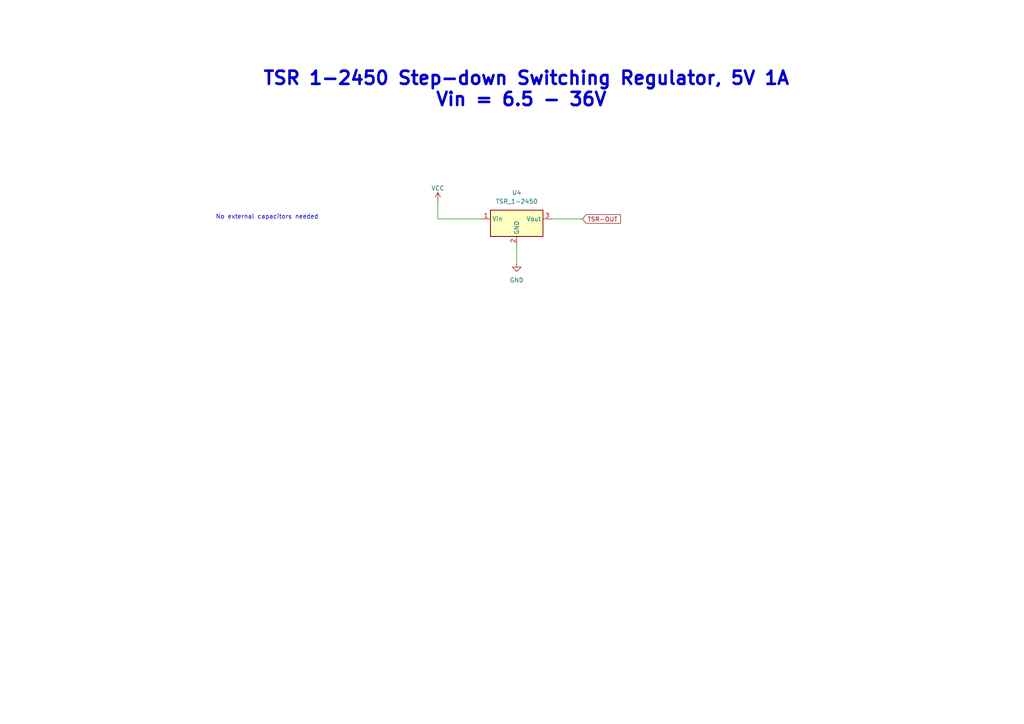
<source format=kicad_sch>
(kicad_sch
	(version 20250114)
	(generator "eeschema")
	(generator_version "9.0")
	(uuid "d1675faf-b8af-49e2-a232-ed49d2536e85")
	(paper "A4")
	(title_block
		(title "Regulator Evaluation Board")
		(date "2025-04-22")
		(rev "/")
		(company "HSRW ")
		(comment 1 "Jure Cubelic ")
	)
	(lib_symbols
		(symbol "Regulator_Switching:TSR_1-2450"
			(exclude_from_sim no)
			(in_bom yes)
			(on_board yes)
			(property "Reference" "U"
				(at -7.62 6.35 0)
				(effects
					(font
						(size 1.27 1.27)
					)
					(justify left)
				)
			)
			(property "Value" "TSR_1-2450"
				(at -1.27 6.35 0)
				(effects
					(font
						(size 1.27 1.27)
					)
					(justify left)
				)
			)
			(property "Footprint" "Converter_DCDC:Converter_DCDC_TRACO_TSR-1_THT"
				(at 0 -3.81 0)
				(effects
					(font
						(size 1.27 1.27)
						(italic yes)
					)
					(justify left)
					(hide yes)
				)
			)
			(property "Datasheet" "http://www.tracopower.com/products/tsr1.pdf"
				(at 0 0 0)
				(effects
					(font
						(size 1.27 1.27)
					)
					(hide yes)
				)
			)
			(property "Description" "1A step-down regulator module, fixed 5V output voltage, 5-36V input voltage, -40°C to +85°C temperature range, TO-220 compatible LM78xx replacement"
				(at 0 0 0)
				(effects
					(font
						(size 1.27 1.27)
					)
					(hide yes)
				)
			)
			(property "ki_keywords" "dc-dc traco buck"
				(at 0 0 0)
				(effects
					(font
						(size 1.27 1.27)
					)
					(hide yes)
				)
			)
			(property "ki_fp_filters" "Converter*DCDC*TRACO*TSR?1*"
				(at 0 0 0)
				(effects
					(font
						(size 1.27 1.27)
					)
					(hide yes)
				)
			)
			(symbol "TSR_1-2450_0_1"
				(rectangle
					(start -7.62 5.08)
					(end 7.62 -2.54)
					(stroke
						(width 0.254)
						(type default)
					)
					(fill
						(type background)
					)
				)
			)
			(symbol "TSR_1-2450_1_1"
				(pin power_in line
					(at -10.16 2.54 0)
					(length 2.54)
					(name "Vin"
						(effects
							(font
								(size 1.27 1.27)
							)
						)
					)
					(number "1"
						(effects
							(font
								(size 1.27 1.27)
							)
						)
					)
				)
				(pin power_in line
					(at 0 -5.08 90)
					(length 2.54)
					(name "GND"
						(effects
							(font
								(size 1.27 1.27)
							)
						)
					)
					(number "2"
						(effects
							(font
								(size 1.27 1.27)
							)
						)
					)
				)
				(pin power_out line
					(at 10.16 2.54 180)
					(length 2.54)
					(name "Vout"
						(effects
							(font
								(size 1.27 1.27)
							)
						)
					)
					(number "3"
						(effects
							(font
								(size 1.27 1.27)
							)
						)
					)
				)
			)
			(embedded_fonts no)
		)
		(symbol "power:GND"
			(power)
			(pin_numbers
				(hide yes)
			)
			(pin_names
				(offset 0)
				(hide yes)
			)
			(exclude_from_sim no)
			(in_bom yes)
			(on_board yes)
			(property "Reference" "#PWR"
				(at 0 -6.35 0)
				(effects
					(font
						(size 1.27 1.27)
					)
					(hide yes)
				)
			)
			(property "Value" "GND"
				(at 0 -3.81 0)
				(effects
					(font
						(size 1.27 1.27)
					)
				)
			)
			(property "Footprint" ""
				(at 0 0 0)
				(effects
					(font
						(size 1.27 1.27)
					)
					(hide yes)
				)
			)
			(property "Datasheet" ""
				(at 0 0 0)
				(effects
					(font
						(size 1.27 1.27)
					)
					(hide yes)
				)
			)
			(property "Description" "Power symbol creates a global label with name \"GND\" , ground"
				(at 0 0 0)
				(effects
					(font
						(size 1.27 1.27)
					)
					(hide yes)
				)
			)
			(property "ki_keywords" "global power"
				(at 0 0 0)
				(effects
					(font
						(size 1.27 1.27)
					)
					(hide yes)
				)
			)
			(symbol "GND_0_1"
				(polyline
					(pts
						(xy 0 0) (xy 0 -1.27) (xy 1.27 -1.27) (xy 0 -2.54) (xy -1.27 -1.27) (xy 0 -1.27)
					)
					(stroke
						(width 0)
						(type default)
					)
					(fill
						(type none)
					)
				)
			)
			(symbol "GND_1_1"
				(pin power_in line
					(at 0 0 270)
					(length 0)
					(name "~"
						(effects
							(font
								(size 1.27 1.27)
							)
						)
					)
					(number "1"
						(effects
							(font
								(size 1.27 1.27)
							)
						)
					)
				)
			)
			(embedded_fonts no)
		)
		(symbol "power:VCC"
			(power)
			(pin_numbers
				(hide yes)
			)
			(pin_names
				(offset 0)
				(hide yes)
			)
			(exclude_from_sim no)
			(in_bom yes)
			(on_board yes)
			(property "Reference" "#PWR"
				(at 0 -3.81 0)
				(effects
					(font
						(size 1.27 1.27)
					)
					(hide yes)
				)
			)
			(property "Value" "VCC"
				(at 0 3.556 0)
				(effects
					(font
						(size 1.27 1.27)
					)
				)
			)
			(property "Footprint" ""
				(at 0 0 0)
				(effects
					(font
						(size 1.27 1.27)
					)
					(hide yes)
				)
			)
			(property "Datasheet" ""
				(at 0 0 0)
				(effects
					(font
						(size 1.27 1.27)
					)
					(hide yes)
				)
			)
			(property "Description" "Power symbol creates a global label with name \"VCC\""
				(at 0 0 0)
				(effects
					(font
						(size 1.27 1.27)
					)
					(hide yes)
				)
			)
			(property "ki_keywords" "global power"
				(at 0 0 0)
				(effects
					(font
						(size 1.27 1.27)
					)
					(hide yes)
				)
			)
			(symbol "VCC_0_1"
				(polyline
					(pts
						(xy -0.762 1.27) (xy 0 2.54)
					)
					(stroke
						(width 0)
						(type default)
					)
					(fill
						(type none)
					)
				)
				(polyline
					(pts
						(xy 0 2.54) (xy 0.762 1.27)
					)
					(stroke
						(width 0)
						(type default)
					)
					(fill
						(type none)
					)
				)
				(polyline
					(pts
						(xy 0 0) (xy 0 2.54)
					)
					(stroke
						(width 0)
						(type default)
					)
					(fill
						(type none)
					)
				)
			)
			(symbol "VCC_1_1"
				(pin power_in line
					(at 0 0 90)
					(length 0)
					(name "~"
						(effects
							(font
								(size 1.27 1.27)
							)
						)
					)
					(number "1"
						(effects
							(font
								(size 1.27 1.27)
							)
						)
					)
				)
			)
			(embedded_fonts no)
		)
	)
	(text "TSR 1-2450 Step-down Switching Regulator, 5V 1A\nVin = 6.5 - 36V "
		(exclude_from_sim no)
		(at 152.654 25.908 0)
		(effects
			(font
				(size 3.81 3.81)
				(thickness 0.762)
				(bold yes)
			)
		)
		(uuid "0b04b350-2483-48ef-89ba-ee2c4be1ba05")
	)
	(text "No external capacitors needed"
		(exclude_from_sim no)
		(at 77.47 62.992 0)
		(effects
			(font
				(size 1.27 1.27)
			)
		)
		(uuid "7c4e4a46-05af-40b3-828e-c99b345d40ec")
	)
	(wire
		(pts
			(xy 160.02 63.5) (xy 168.91 63.5)
		)
		(stroke
			(width 0)
			(type default)
		)
		(uuid "1e529ef1-801c-4222-8f4b-165de4a7dc4b")
	)
	(wire
		(pts
			(xy 149.86 71.12) (xy 149.86 76.2)
		)
		(stroke
			(width 0)
			(type default)
		)
		(uuid "2c6b50bf-118b-49b8-9dfd-70a6101b959f")
	)
	(wire
		(pts
			(xy 127 58.42) (xy 127 63.5)
		)
		(stroke
			(width 0)
			(type default)
		)
		(uuid "66c7ed79-a428-487c-8c28-cb72a2d617cf")
	)
	(wire
		(pts
			(xy 127 63.5) (xy 139.7 63.5)
		)
		(stroke
			(width 0)
			(type default)
		)
		(uuid "f03a1138-441a-4da5-82e6-c9896ad861ec")
	)
	(global_label "TSR-OUT"
		(shape input)
		(at 168.91 63.5 0)
		(fields_autoplaced yes)
		(effects
			(font
				(size 1.27 1.27)
			)
			(justify left)
		)
		(uuid "3a3995a2-f1a8-4e89-b0c6-18553ecfc024")
		(property "Intersheetrefs" "${INTERSHEET_REFS}"
			(at 180.5433 63.5 0)
			(effects
				(font
					(size 1.27 1.27)
				)
				(justify left)
				(hide yes)
			)
		)
	)
	(symbol
		(lib_id "power:GND")
		(at 149.86 76.2 0)
		(unit 1)
		(exclude_from_sim no)
		(in_bom yes)
		(on_board yes)
		(dnp no)
		(fields_autoplaced yes)
		(uuid "059a9f72-245f-43cd-a75f-2e430bf9db38")
		(property "Reference" "#PWR014"
			(at 149.86 82.55 0)
			(effects
				(font
					(size 1.27 1.27)
				)
				(hide yes)
			)
		)
		(property "Value" "GND"
			(at 149.86 81.28 0)
			(effects
				(font
					(size 1.27 1.27)
				)
			)
		)
		(property "Footprint" ""
			(at 149.86 76.2 0)
			(effects
				(font
					(size 1.27 1.27)
				)
				(hide yes)
			)
		)
		(property "Datasheet" ""
			(at 149.86 76.2 0)
			(effects
				(font
					(size 1.27 1.27)
				)
				(hide yes)
			)
		)
		(property "Description" "Power symbol creates a global label with name \"GND\" , ground"
			(at 149.86 76.2 0)
			(effects
				(font
					(size 1.27 1.27)
				)
				(hide yes)
			)
		)
		(pin "1"
			(uuid "2c1bf367-920c-456b-9c95-c130a7694588")
		)
		(instances
			(project ""
				(path "/3e45da4c-132a-439a-a567-ab5eeca3e151/4623a524-12da-4580-882d-abde7fc299f1"
					(reference "#PWR014")
					(unit 1)
				)
			)
		)
	)
	(symbol
		(lib_id "Regulator_Switching:TSR_1-2450")
		(at 149.86 66.04 0)
		(unit 1)
		(exclude_from_sim no)
		(in_bom yes)
		(on_board yes)
		(dnp no)
		(fields_autoplaced yes)
		(uuid "137e8af4-0bb0-4917-82ea-47672f8843d6")
		(property "Reference" "U4"
			(at 149.86 55.88 0)
			(effects
				(font
					(size 1.27 1.27)
				)
			)
		)
		(property "Value" "TSR_1-2450"
			(at 149.86 58.42 0)
			(effects
				(font
					(size 1.27 1.27)
				)
			)
		)
		(property "Footprint" "Converter_DCDC:Converter_DCDC_TRACO_TSR-1_THT"
			(at 149.86 69.85 0)
			(effects
				(font
					(size 1.27 1.27)
					(italic yes)
				)
				(justify left)
				(hide yes)
			)
		)
		(property "Datasheet" "http://www.tracopower.com/products/tsr1.pdf"
			(at 149.86 66.04 0)
			(effects
				(font
					(size 1.27 1.27)
				)
				(hide yes)
			)
		)
		(property "Description" "1A step-down regulator module, fixed 5V output voltage, 5-36V input voltage, -40°C to +85°C temperature range, TO-220 compatible LM78xx replacement"
			(at 149.86 66.04 0)
			(effects
				(font
					(size 1.27 1.27)
				)
				(hide yes)
			)
		)
		(pin "2"
			(uuid "482d471b-2f72-4231-8b78-ca2990e3ee76")
		)
		(pin "3"
			(uuid "d43a3600-abe0-46ea-8b77-81a71f2b0ce0")
		)
		(pin "1"
			(uuid "bb9807d8-1c6e-443a-82fe-f8ecacb3b638")
		)
		(instances
			(project "RegulatorEvaluationBoard"
				(path "/3e45da4c-132a-439a-a567-ab5eeca3e151/4623a524-12da-4580-882d-abde7fc299f1"
					(reference "U4")
					(unit 1)
				)
			)
		)
	)
	(symbol
		(lib_id "power:VCC")
		(at 127 58.42 0)
		(unit 1)
		(exclude_from_sim no)
		(in_bom yes)
		(on_board yes)
		(dnp no)
		(uuid "dc5f2e8e-f614-43fc-bd19-ec7b4ce15257")
		(property "Reference" "#PWR019"
			(at 127 62.23 0)
			(effects
				(font
					(size 1.27 1.27)
				)
				(hide yes)
			)
		)
		(property "Value" "VCC"
			(at 127 54.61 0)
			(effects
				(font
					(size 1.27 1.27)
				)
			)
		)
		(property "Footprint" ""
			(at 127 58.42 0)
			(effects
				(font
					(size 1.27 1.27)
				)
				(hide yes)
			)
		)
		(property "Datasheet" ""
			(at 127 58.42 0)
			(effects
				(font
					(size 1.27 1.27)
				)
				(hide yes)
			)
		)
		(property "Description" "Power symbol creates a global label with name \"VCC\""
			(at 127 58.42 0)
			(effects
				(font
					(size 1.27 1.27)
				)
				(hide yes)
			)
		)
		(pin "1"
			(uuid "d5d79bd6-9e27-44ee-8f41-23c0288401c3")
		)
		(instances
			(project "RegulatorEvaluationBoard"
				(path "/3e45da4c-132a-439a-a567-ab5eeca3e151/4623a524-12da-4580-882d-abde7fc299f1"
					(reference "#PWR019")
					(unit 1)
				)
			)
		)
	)
)

</source>
